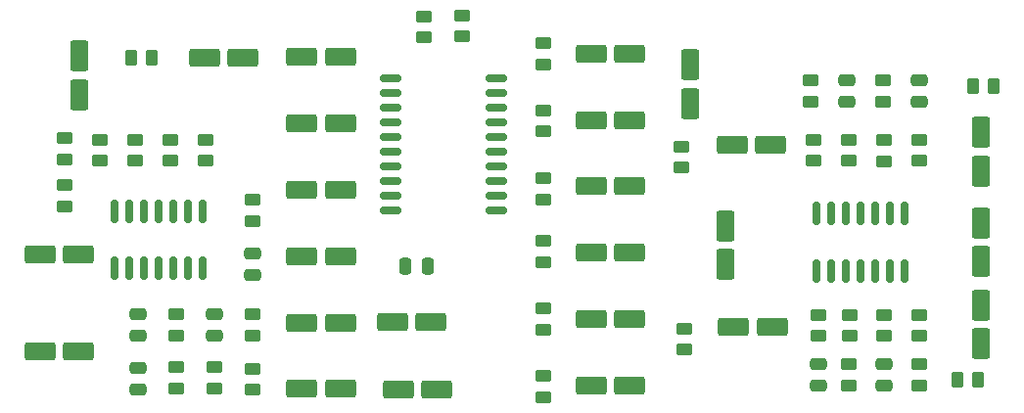
<source format=gtp>
G04 #@! TF.GenerationSoftware,KiCad,Pcbnew,7.0.1-0*
G04 #@! TF.CreationDate,2023-12-28T14:24:05+01:00*
G04 #@! TF.ProjectId,parallel_trail,70617261-6c6c-4656-9c5f-747261696c2e,rev?*
G04 #@! TF.SameCoordinates,Original*
G04 #@! TF.FileFunction,Paste,Top*
G04 #@! TF.FilePolarity,Positive*
%FSLAX46Y46*%
G04 Gerber Fmt 4.6, Leading zero omitted, Abs format (unit mm)*
G04 Created by KiCad (PCBNEW 7.0.1-0) date 2023-12-28 14:24:05*
%MOMM*%
%LPD*%
G01*
G04 APERTURE LIST*
G04 Aperture macros list*
%AMRoundRect*
0 Rectangle with rounded corners*
0 $1 Rounding radius*
0 $2 $3 $4 $5 $6 $7 $8 $9 X,Y pos of 4 corners*
0 Add a 4 corners polygon primitive as box body*
4,1,4,$2,$3,$4,$5,$6,$7,$8,$9,$2,$3,0*
0 Add four circle primitives for the rounded corners*
1,1,$1+$1,$2,$3*
1,1,$1+$1,$4,$5*
1,1,$1+$1,$6,$7*
1,1,$1+$1,$8,$9*
0 Add four rect primitives between the rounded corners*
20,1,$1+$1,$2,$3,$4,$5,0*
20,1,$1+$1,$4,$5,$6,$7,0*
20,1,$1+$1,$6,$7,$8,$9,0*
20,1,$1+$1,$8,$9,$2,$3,0*%
G04 Aperture macros list end*
%ADD10RoundRect,0.150000X-0.800000X-0.150000X0.800000X-0.150000X0.800000X0.150000X-0.800000X0.150000X0*%
%ADD11RoundRect,0.150000X-0.150000X0.825000X-0.150000X-0.825000X0.150000X-0.825000X0.150000X0.825000X0*%
%ADD12RoundRect,0.150000X0.150000X-0.825000X0.150000X0.825000X-0.150000X0.825000X-0.150000X-0.825000X0*%
%ADD13RoundRect,0.250000X-0.450000X0.262500X-0.450000X-0.262500X0.450000X-0.262500X0.450000X0.262500X0*%
%ADD14RoundRect,0.250000X0.450000X-0.262500X0.450000X0.262500X-0.450000X0.262500X-0.450000X-0.262500X0*%
%ADD15RoundRect,0.250000X0.262500X0.450000X-0.262500X0.450000X-0.262500X-0.450000X0.262500X-0.450000X0*%
%ADD16RoundRect,0.250000X-0.475000X0.250000X-0.475000X-0.250000X0.475000X-0.250000X0.475000X0.250000X0*%
%ADD17RoundRect,0.250000X-1.075000X-0.550000X1.075000X-0.550000X1.075000X0.550000X-1.075000X0.550000X0*%
%ADD18RoundRect,0.250000X1.075000X0.550000X-1.075000X0.550000X-1.075000X-0.550000X1.075000X-0.550000X0*%
%ADD19RoundRect,0.250000X0.475000X-0.250000X0.475000X0.250000X-0.475000X0.250000X-0.475000X-0.250000X0*%
%ADD20RoundRect,0.250000X0.250000X0.475000X-0.250000X0.475000X-0.250000X-0.475000X0.250000X-0.475000X0*%
%ADD21RoundRect,0.250000X-0.550000X1.075000X-0.550000X-1.075000X0.550000X-1.075000X0.550000X1.075000X0*%
%ADD22RoundRect,0.250000X0.550000X-1.075000X0.550000X1.075000X-0.550000X1.075000X-0.550000X-1.075000X0*%
G04 APERTURE END LIST*
D10*
X80462000Y-90424000D03*
X80462000Y-91694000D03*
X80462000Y-92964000D03*
X80462000Y-94234000D03*
X80462000Y-95504000D03*
X80462000Y-96774000D03*
X80462000Y-98044000D03*
X80462000Y-99314000D03*
X80462000Y-100584000D03*
X80462000Y-101854000D03*
X89662000Y-101854000D03*
X89662000Y-100584000D03*
X89662000Y-99314000D03*
X89662000Y-98044000D03*
X89662000Y-96774000D03*
X89662000Y-95504000D03*
X89662000Y-94234000D03*
X89662000Y-92964000D03*
X89662000Y-91694000D03*
X89662000Y-90424000D03*
D11*
X124968000Y-102108000D03*
X123698000Y-102108000D03*
X122428000Y-102108000D03*
X121158000Y-102108000D03*
X119888000Y-102108000D03*
X118618000Y-102108000D03*
X117348000Y-102108000D03*
X117348000Y-107058000D03*
X118618000Y-107058000D03*
X119888000Y-107058000D03*
X121158000Y-107058000D03*
X122428000Y-107058000D03*
X123698000Y-107058000D03*
X124968000Y-107058000D03*
D12*
X56642000Y-106869000D03*
X57912000Y-106869000D03*
X59182000Y-106869000D03*
X60452000Y-106869000D03*
X61722000Y-106869000D03*
X62992000Y-106869000D03*
X64262000Y-106869000D03*
X64262000Y-101919000D03*
X62992000Y-101919000D03*
X61722000Y-101919000D03*
X60452000Y-101919000D03*
X59182000Y-101919000D03*
X57912000Y-101919000D03*
X56642000Y-101919000D03*
D13*
X93726000Y-99060000D03*
X93726000Y-100885000D03*
X93726000Y-93171000D03*
X93726000Y-94996000D03*
X93726000Y-87376000D03*
X93726000Y-89201000D03*
X93726000Y-116181500D03*
X93726000Y-118006500D03*
X93726000Y-110339500D03*
X93726000Y-112164500D03*
X93726000Y-104497500D03*
X93726000Y-106322500D03*
X61976000Y-115419500D03*
X61976000Y-117244500D03*
D14*
X65278000Y-117244500D03*
X65278000Y-115419500D03*
D13*
X126238000Y-95711000D03*
X126238000Y-97536000D03*
X120201600Y-110899000D03*
X120201600Y-112724000D03*
D14*
X52324000Y-97432500D03*
X52324000Y-95607500D03*
X64516000Y-97536000D03*
X64516000Y-95711000D03*
D13*
X68580000Y-100941500D03*
X68580000Y-102766500D03*
D14*
X68580000Y-112672500D03*
X68580000Y-110847500D03*
D15*
X131307000Y-116534000D03*
X129482000Y-116534000D03*
X132680500Y-91134000D03*
X130855500Y-91134000D03*
D13*
X126238000Y-110899000D03*
X126238000Y-112724000D03*
X117094000Y-95711000D03*
X117094000Y-97536000D03*
D14*
X123190000Y-110899000D03*
X123190000Y-112724000D03*
D13*
X120142000Y-95711000D03*
X120142000Y-97536000D03*
X105606000Y-96317500D03*
X105606000Y-98142500D03*
X105860000Y-112065500D03*
X105860000Y-113890500D03*
D14*
X123190000Y-97583000D03*
X123190000Y-95758000D03*
X117466400Y-112724000D03*
X117466400Y-110899000D03*
D13*
X123105300Y-90613500D03*
X123105300Y-92438500D03*
X120122800Y-115165500D03*
X120122800Y-116990500D03*
D14*
X116840000Y-92438500D03*
X116840000Y-90613500D03*
X126238000Y-115165500D03*
X126238000Y-116990500D03*
D15*
X59840500Y-88646000D03*
X58015500Y-88646000D03*
D13*
X55372000Y-95711000D03*
X55372000Y-97536000D03*
X58420000Y-95711000D03*
X58420000Y-97536000D03*
D14*
X61468000Y-97536000D03*
X61468000Y-95711000D03*
X86644000Y-86793000D03*
X86644000Y-84968000D03*
X83342000Y-86896500D03*
X83342000Y-85071500D03*
X52324000Y-101496500D03*
X52324000Y-99671500D03*
D13*
X61976000Y-110847500D03*
X61976000Y-112672500D03*
X68580000Y-115523000D03*
X68580000Y-117348000D03*
D16*
X58674000Y-115448000D03*
X58674000Y-117348000D03*
D17*
X97835000Y-116991200D03*
X101185000Y-116991200D03*
X97835000Y-111250800D03*
X101185000Y-111250800D03*
D18*
X76142000Y-117296000D03*
X72792000Y-117296000D03*
X76142000Y-111555600D03*
X72792000Y-111555600D03*
D19*
X65278000Y-112710000D03*
X65278000Y-110810000D03*
D17*
X97835000Y-105510400D03*
X101185000Y-105510400D03*
X97835000Y-99770000D03*
X101185000Y-99770000D03*
D18*
X76142000Y-105815200D03*
X72792000Y-105815200D03*
X76142000Y-100074800D03*
X72792000Y-100074800D03*
X76142000Y-94334400D03*
X72792000Y-94334400D03*
X76142000Y-88594000D03*
X72792000Y-88594000D03*
X84479000Y-117348000D03*
X81129000Y-117348000D03*
D17*
X80621000Y-111506000D03*
X83971000Y-111506000D03*
D20*
X83688000Y-106680000D03*
X81788000Y-106680000D03*
D21*
X131572000Y-110033000D03*
X131572000Y-113383000D03*
D22*
X131572000Y-98449000D03*
X131572000Y-95099000D03*
D18*
X113377000Y-96214000D03*
X110027000Y-96214000D03*
X113480000Y-111962000D03*
X110130000Y-111962000D03*
D19*
X126238000Y-92456000D03*
X126238000Y-90556000D03*
D16*
X117475200Y-115128000D03*
X117475200Y-117028000D03*
D22*
X131572000Y-106271000D03*
X131572000Y-102921000D03*
X109474000Y-106525000D03*
X109474000Y-103175000D03*
D19*
X119972700Y-92456000D03*
X119972700Y-90556000D03*
D17*
X97835000Y-94029600D03*
X101185000Y-94029600D03*
D22*
X53594000Y-91845000D03*
X53594000Y-88495000D03*
D17*
X97835000Y-88289200D03*
X101185000Y-88289200D03*
D16*
X123190000Y-115128000D03*
X123190000Y-117028000D03*
D17*
X64365000Y-88646000D03*
X67715000Y-88646000D03*
D21*
X106426000Y-92607000D03*
X106426000Y-89257000D03*
D18*
X53491000Y-105664000D03*
X50141000Y-105664000D03*
X53491000Y-114046000D03*
X50141000Y-114046000D03*
D16*
X58674000Y-110810000D03*
X58674000Y-112710000D03*
X68580000Y-107442000D03*
X68580000Y-105542000D03*
M02*

</source>
